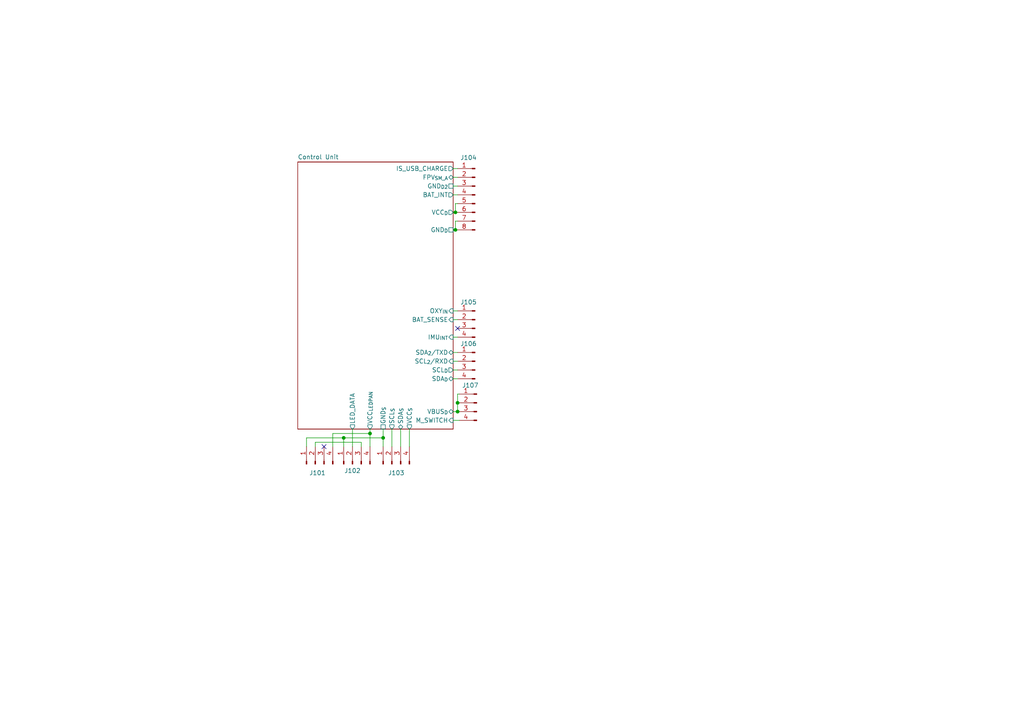
<source format=kicad_sch>
(kicad_sch (version 20211123) (generator eeschema)
  (paper "A4")
  (lib_symbols
    (symbol "Connector:Conn_01x04_Male" (pin_names (offset 1.016) hide)
      (property "Reference" "J" (at 0 5.08 0))
      (property "Value" "Conn_01x04_Male" (at 0 -7.62 0))
      (symbol "Conn_01x04_Male_1_1"
        (polyline (pts (xy 1.27 -5.08) (xy 0.8636 -5.08)) (stroke (width 0.1524)))
        (polyline (pts (xy 1.27 -2.54) (xy 0.8636 -2.54)) (stroke (width 0.1524)))
        (polyline (pts (xy 1.27 0) (xy 0.8636 0)) (stroke (width 0.1524)))
        (polyline (pts (xy 1.27 2.54) (xy 0.8636 2.54)) (stroke (width 0.1524)))
        (rectangle (start 0.8636 -4.953) (end 0 -5.207) (stroke (width 0.1524)) (fill (type outline)))
        (rectangle (start 0.8636 -2.413) (end 0 -2.667) (stroke (width 0.1524)) (fill (type outline)))
        (rectangle (start 0.8636 0.127) (end 0 -0.127) (stroke (width 0.1524)) (fill (type outline)))
        (rectangle (start 0.8636 2.667) (end 0 2.413) (stroke (width 0.1524)) (fill (type outline)))
        (pin passive line (at 5.08 2.54 180) (length 3.81) (name "Pin_1") (number "1"))
        (pin passive line (at 5.08 0 180) (length 3.81) (name "Pin_2") (number "2"))
        (pin passive line (at 5.08 -2.54 180) (length 3.81) (name "Pin_3") (number "3"))
        (pin passive line (at 5.08 -5.08 180) (length 3.81) (name "Pin_4") (number "4"))
      )
    )
    (symbol "Connector:Conn_01x08_Male" (pin_names (offset 1.016) hide)
      (property "Reference" "J" (at 0 10.16 0))
      (property "Value" "Conn_01x08_Male" (at 0 -12.7 0))
      (symbol "Conn_01x08_Male_1_1"
        (polyline (pts (xy 1.27 -10.16) (xy 0.8636 -10.16)) (stroke (width 0.1524)))
        (polyline (pts (xy 1.27 -7.62) (xy 0.8636 -7.62)) (stroke (width 0.1524)))
        (polyline (pts (xy 1.27 -5.08) (xy 0.8636 -5.08)) (stroke (width 0.1524)))
        (polyline (pts (xy 1.27 -2.54) (xy 0.8636 -2.54)) (stroke (width 0.1524)))
        (polyline (pts (xy 1.27 0) (xy 0.8636 0)) (stroke (width 0.1524)))
        (polyline (pts (xy 1.27 2.54) (xy 0.8636 2.54)) (stroke (width 0.1524)))
        (polyline (pts (xy 1.27 5.08) (xy 0.8636 5.08)) (stroke (width 0.1524)))
        (polyline (pts (xy 1.27 7.62) (xy 0.8636 7.62)) (stroke (width 0.1524)))
        (rectangle (start 0.8636 -10.033) (end 0 -10.287) (stroke (width 0.1524)) (fill (type outline)))
        (rectangle (start 0.8636 -7.493) (end 0 -7.747) (stroke (width 0.1524)) (fill (type outline)))
        (rectangle (start 0.8636 -4.953) (end 0 -5.207) (stroke (width 0.1524)) (fill (type outline)))
        (rectangle (start 0.8636 -2.413) (end 0 -2.667) (stroke (width 0.1524)) (fill (type outline)))
        (rectangle (start 0.8636 0.127) (end 0 -0.127) (stroke (width 0.1524)) (fill (type outline)))
        (rectangle (start 0.8636 2.667) (end 0 2.413) (stroke (width 0.1524)) (fill (type outline)))
        (rectangle (start 0.8636 5.207) (end 0 4.953) (stroke (width 0.1524)) (fill (type outline)))
        (rectangle (start 0.8636 7.747) (end 0 7.493) (stroke (width 0.1524)) (fill (type outline)))
        (pin passive line (at 5.08 7.62 180) (length 3.81) (name "Pin_1") (number "1"))
        (pin passive line (at 5.08 5.08 180) (length 3.81) (name "Pin_2") (number "2"))
        (pin passive line (at 5.08 2.54 180) (length 3.81) (name "Pin_3") (number "3"))
        (pin passive line (at 5.08 0 180) (length 3.81) (name "Pin_4") (number "4"))
        (pin passive line (at 5.08 -2.54 180) (length 3.81) (name "Pin_5") (number "5"))
        (pin passive line (at 5.08 -5.08 180) (length 3.81) (name "Pin_6") (number "6"))
        (pin passive line (at 5.08 -7.62 180) (length 3.81) (name "Pin_7") (number "7"))
        (pin passive line (at 5.08 -10.16 180) (length 3.81) (name "Pin_8") (number "8"))
      )
    )
  )
  (junction (at 107.315 125.73))
  (junction (at 132.715 119.38))
  (junction (at 132.08 66.675))
  (junction (at 132.715 116.84))
  (junction (at 111.125 127))
  (junction (at 132.08 61.595))
  (junction (at 99.695 127))
  (no_connect (at 93.98 129.54))
  (no_connect (at 132.715 95.25))
  (wire (pts (xy 118.745 129.54) (xy 118.745 124.46)))
  (wire (pts (xy 113.665 124.46) (xy 113.665 129.54)))
  (wire (pts (xy 104.775 129.54) (xy 104.775 128.27)))
  (wire (pts (xy 132.08 61.595) (xy 132.715 61.595)))
  (wire (pts (xy 132.715 107.315) (xy 131.445 107.315)))
  (wire (pts (xy 132.08 66.675) (xy 131.445 66.675)))
  (wire (pts (xy 132.08 59.055) (xy 132.08 61.595)))
  (wire (pts (xy 131.445 61.595) (xy 132.08 61.595)))
  (wire (pts (xy 99.695 127) (xy 99.695 129.54)))
  (wire (pts (xy 132.715 116.84) (xy 132.715 119.38)))
  (wire (pts (xy 107.315 129.54) (xy 107.315 125.73)))
  (wire (pts (xy 131.445 53.975) (xy 132.715 53.975)))
  (wire (pts (xy 133.223 121.92) (xy 131.445 121.92)))
  (wire (pts (xy 91.44 128.27) (xy 91.44 129.54)))
  (wire (pts (xy 132.715 64.135) (xy 132.08 64.135)))
  (wire (pts (xy 132.715 48.895) (xy 131.445 48.895)))
  (wire (pts (xy 132.715 92.71) (xy 131.445 92.71)))
  (wire (pts (xy 133.223 119.38) (xy 132.715 119.38)))
  (wire (pts (xy 133.223 116.84) (xy 132.715 116.84)))
  (wire (pts (xy 102.235 124.46) (xy 102.235 129.54)))
  (wire (pts (xy 132.715 114.3) (xy 132.715 116.84)))
  (wire (pts (xy 116.205 124.46) (xy 116.205 129.54)))
  (wire (pts (xy 132.715 59.055) (xy 132.08 59.055)))
  (wire (pts (xy 132.715 104.775) (xy 131.445 104.775)))
  (wire (pts (xy 132.715 51.435) (xy 131.445 51.435)))
  (wire (pts (xy 132.715 119.38) (xy 131.445 119.38)))
  (wire (pts (xy 132.715 66.675) (xy 132.08 66.675)))
  (wire (pts (xy 99.695 127) (xy 88.9 127)))
  (wire (pts (xy 111.125 127) (xy 111.125 129.54)))
  (wire (pts (xy 132.715 56.515) (xy 131.445 56.515)))
  (wire (pts (xy 132.715 102.235) (xy 131.445 102.235)))
  (wire (pts (xy 104.775 128.27) (xy 91.44 128.27)))
  (wire (pts (xy 96.52 125.73) (xy 107.315 125.73)))
  (wire (pts (xy 133.223 114.3) (xy 132.715 114.3)))
  (wire (pts (xy 132.715 97.79) (xy 131.445 97.79)))
  (wire (pts (xy 88.9 127) (xy 88.9 129.54)))
  (wire (pts (xy 132.715 90.17) (xy 131.445 90.17)))
  (wire (pts (xy 132.08 64.135) (xy 132.08 66.675)))
  (wire (pts (xy 111.125 127) (xy 99.695 127)))
  (wire (pts (xy 132.715 109.855) (xy 131.445 109.855)))
  (wire (pts (xy 111.125 124.46) (xy 111.125 127)))
  (wire (pts (xy 107.315 125.73) (xy 107.315 124.46)))
  (wire (pts (xy 96.52 129.54) (xy 96.52 125.73)))
  (symbol (lib_id "Connector:Conn_01x04_Male") (at 102.235 134.62 90) (unit 1)
    (property "Reference" "J102" (at 102.235 136.525 90))
    (property "Value" "009155004541006" (effects hide))
    (property "Footprint" "SamacSys_Parts2:009155004541006" (effects hide))
  )
  (symbol (lib_id "Connector:Conn_01x08_Male") (at 137.795 56.515 0) (mirror y) (unit 1)
    (property "Reference" "J104" (at 135.89 45.72 0))
    (property "Value" "Conn_02x04_Male" (effects hide))
    (property "Footprint" "Connector_PinHeader_2.54mm:PinHeader_2x04_P2.54mm_Vertical" (effects hide))
  )
  (symbol (lib_id "Connector:Conn_01x04_Male") (at 91.44 134.62 90) (unit 1)
    (property "Reference" "J101" (at 92.075 137.16 90))
    (property "Value" "009155004541006" (effects hide))
    (property "Footprint" "SamacSys_Parts2:009155004541006" (effects hide))
  )
  (symbol (lib_id "Connector:Conn_01x04_Male") (at 113.665 134.62 90) (unit 1)
    (property "Reference" "J103" (at 114.935 137.16 90))
    (property "Value" "009155004541006" (effects hide))
    (property "Footprint" "SamacSys_Parts2:009155004541006" (effects hide))
  )
  (symbol (lib_id "Connector:Conn_01x04_Male") (at 138.303 116.84 0) (mirror y) (unit 1)
    (property "Reference" "J107" (at 136.398 111.76 0))
    (property "Value" "Conn_02x02_Male" (effects hide))
    (property "Footprint" "Connector_PinHeader_2.54mm:PinHeader_2x02_P2.54mm_Vertical" (effects hide))
  )
  (symbol (lib_id "Connector:Conn_01x04_Male") (at 137.795 104.775 0) (mirror y) (unit 1)
    (property "Reference" "J106" (at 135.89 99.695 0))
    (property "Value" "Conn_02x02_Male" (effects hide))
    (property "Footprint" "Connector_PinHeader_2.54mm:PinHeader_2x02_P2.54mm_Vertical" (effects hide))
  )
  (symbol (lib_id "Connector:Conn_01x04_Male") (at 137.795 92.71 0) (mirror y) (unit 1)
    (property "Reference" "J105" (at 135.89 87.63 0))
    (property "Value" "Conn_02x02_Male" (effects hide))
    (property "Footprint" "Connector_PinHeader_2.54mm:PinHeader_2x02_P2.54mm_Vertical" (effects hide))
  )
  (sheet (at 86.36 46.99) (size 45.085 77.47) (stroke (width 0.1524))
    (property "Sheet name" "Control Unit" (at 86.36 46.2784 0) (effects (justify left bottom)))
    (property "Sheet file" "../Hiearchical sheets/controlUnit.kicad_sch" (effects hide))
    (pin "SDA_{S}" bidirectional (at 116.205 124.46 270))
    (pin "SDA_{2}{slash}TXD" bidirectional (at 131.445 102.235 0))
    (pin "VCC_{S}" output (at 118.745 124.46 270))
    (pin "GND_{D2}" passive (at 131.445 53.975 0))
    (pin "GND_{S}" passive (at 111.125 124.46 270))
    (pin "GND_{D}" passive (at 131.445 66.675 0))
    (pin "BAT_SENSE" input (at 131.445 92.71 0))
    (pin "VBUS_{D}" bidirectional (at 131.445 119.38 0))
    (pin "SCL_{S}" output (at 113.665 124.46 270))
    (pin "SCL_{D}" output (at 131.445 107.315 0))
    (pin "IS_USB_CHARGE" output (at 131.445 48.895 0))
    (pin "OXY_{IN}" input (at 131.445 90.17 0))
    (pin "SCL_{2}{slash}RXD" input (at 131.445 104.775 0))
    (pin "BAT_INT" output (at 131.445 56.515 0))
    (pin "FPV_{SM_A}" bidirectional (at 131.445 51.435 0))
    (pin "IMU_{INT}" input (at 131.445 97.79 0))
    (pin "VCC_{D}" output (at 131.445 61.595 0))
    (pin "SDA_{D}" bidirectional (at 131.445 109.855 0))
    (pin "M_SWITCH" input (at 131.445 121.92 0))
    (pin "LED_DATA" output (at 102.235 124.46 270))
    (pin "VCC_{LEDPAN}" output (at 107.315 124.46 270))
  )
)
</source>
